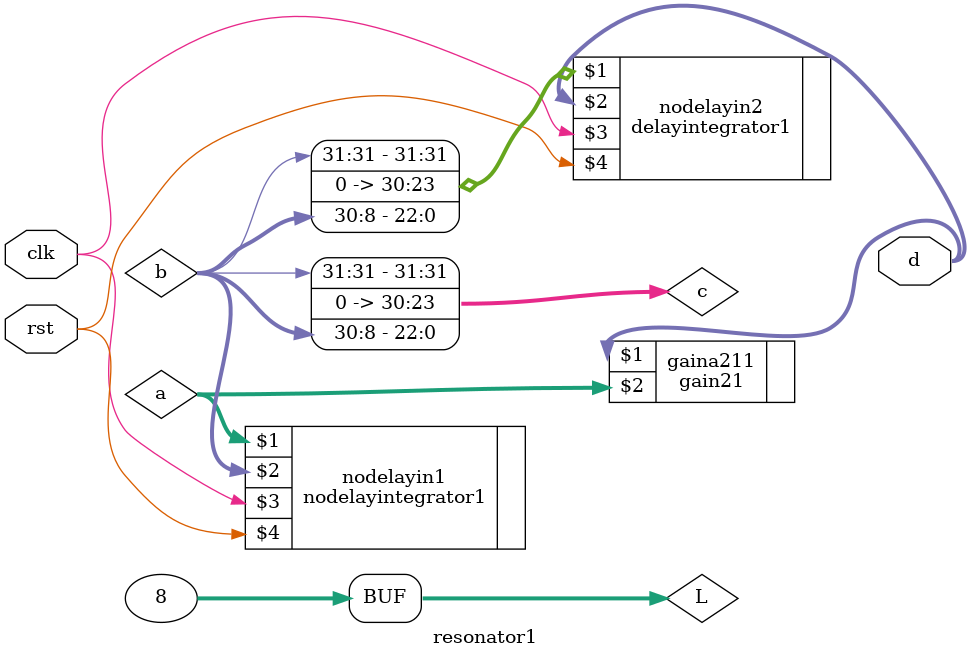
<source format=v>
module resonator1(clk,rst,d);
  input clk,rst;
  output [31:0] d;
  
  wire outdata;
  
  integer L=8;//the bit we need to shift
 
 
  
  wire [31:0] a,b;
  
  gain21 gaina211(d,a);
  
  
  nodelayintegrator1 nodelayin1(a,b,clk,rst);
  
  wire [31:0] c;
  
  assign c = {b[31],((b[30:0])>>L)};  
  wire [31:0] d;
  
  delayintegrator1 nodelayin2(c,d,clk,rst);
   
  
endmodule
   

</source>
